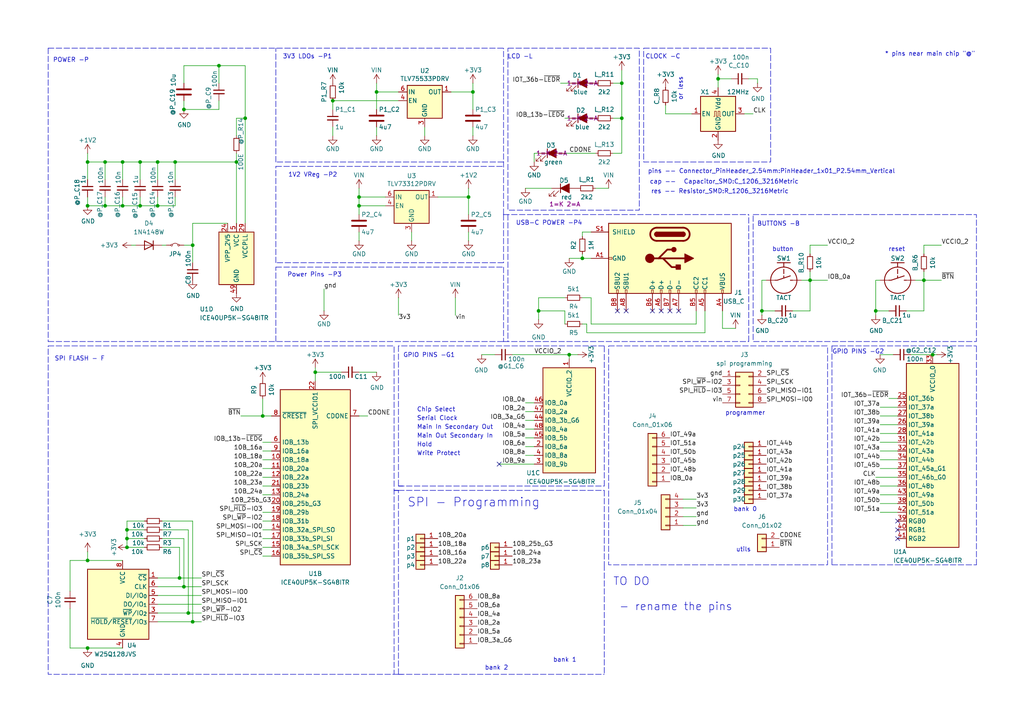
<source format=kicad_sch>
(kicad_sch (version 20250114) (generator "eeschema") (generator_version "9.0")
  (paper "A4")
  (rectangle (start 186.69 13.97) (end 223.52 46.99) (stroke (width 0) (type dash)))
  (rectangle (start 13.97 100.33) (end 114.3 195.58) (stroke (width 0) (type dash)))
  (rectangle (start 218.44 62.23) (end 283.21 99.06) (stroke (width 0) (type dash)))
  (rectangle (start 147.32 13.97) (end 185.42 60.96) (stroke (width 0) (type dash)))
  (rectangle (start 176.53 100.33) (end 240.03 163.83) (stroke (width 0) (type dash)))
  (text "bank 1" (at 163.83 191.516 0) (effects (font (size 1.27 1.27))))
  (text "bank 2" (at 144.018 193.802 0) (effects (font (size 1.27 1.27))))
  (text "USB-C POWER -P4" (at 159.258 64.77 0) (effects (font (size 1.27 1.27))))
  (text "POWER -P\n\n" (at 20.574 18.542 0) (effects (font (size 1.27 1.27))))
  (text "cap --	Capacitor_SMD:C_1206_3216Metric" (at 210.058 52.832 0) (effects (font (size 1.27 1.27))))
  (text "res -- Resistor_SMD:R_1206_3216Metric\n" (at 208.788 55.626 0) (effects (font (size 1.27 1.27))))
  (text "Serial Clock" (at 120.904 122.174 0) (effects (font (size 1.27 1.27)) (justify left bottom)))
  (text "Main In Secondary Out" (at 120.904 124.714 0) (effects (font (size 1.27 1.27)) (justify left bottom)))
  (text "pins -- Connector_PinHeader_2.54mm:PinHeader_1x01_P2.54mm_Vertical" (at 223.774 49.784 0) (effects (font (size 1.27 1.27))))
  (text "button\n" (at 227.076 72.39 0) (effects (font (size 1.27 1.27))))
  (text "1V2 VReg -P2\n" (at 83.566 51.562 0) (effects (font (size 1.27 1.27)) (justify left bottom)))
  (text "GPIO PINS -G2" (at 248.92 102.108 0) (effects (font (size 1.27 1.27))))
  (text "Power Pins -P3\n" (at 83.312 80.518 0) (effects (font (size 1.27 1.27)) (justify left bottom)))
  (text "CLOCK -C" (at 192.278 16.51 0) (effects (font (size 1.27 1.27))))
  (text "reset" (at 260.096 72.39 0) (effects (font (size 1.27 1.27))))
  (text "Write Protect" (at 120.904 132.334 0) (effects (font (size 1.27 1.27)) (justify left bottom)))
  (text "Main Out Secondary In" (at 120.904 127.254 0) (effects (font (size 1.27 1.27)) (justify left bottom)))
  (text "or less" (at 198.12 29.21 90) (effects (font (size 1.27 1.27)) (justify left bottom)))
  (text "LCD -L" (at 150.876 16.51 0) (effects (font (size 1.27 1.27))))
  (text "utils\n" (at 215.646 159.512 0) (effects (font (size 1.27 1.27))))
  (text "programmer" (at 216.154 119.888 0) (effects (font (size 1.27 1.27))))
  (text "SPI - Programming" (at 118.11 147.32 0) (effects (font (size 2.54 2.54)) (justify left bottom)))
  (text "Hold" (at 120.904 129.794 0) (effects (font (size 1.27 1.27)) (justify left bottom)))
  (text "BUTTONS -B\n" (at 225.806 65.024 0) (effects (font (size 1.27 1.27))))
  (text "3V3 LDOs -P1" (at 89.154 16.51 0) (effects (font (size 1.27 1.27))))
  (text "bank 0" (at 216.154 147.828 0) (effects (font (size 1.27 1.27))))
  (text "Chip Select" (at 120.904 119.634 0) (effects (font (size 1.27 1.27)) (justify left bottom)))
  (text "GPIO PINS -G1" (at 124.46 103.124 0) (effects (font (size 1.27 1.27))))
  (text "SPI FLASH - F\n" (at 23.114 104.14 0) (effects (font (size 1.27 1.27))))
  (text "* pins near main chip \"@\"" (at 269.748 15.748 0) (effects (font (size 1.27 1.27))))
  (text "TO DO \n\n - rename the pins\n " (at 177.8 174.244 0) (effects (font (size 2.27 2.27)) (justify left)))
  (junction (at 30.48 59.69))
  (junction (at 50.8 46.99))
  (junction (at 137.16 26.67))
  (junction (at 52.07 167.64))
  (junction (at 30.48 46.99))
  (junction (at 168.91 74.93))
  (junction (at 25.4 59.69))
  (junction (at 165.1 102.87))
  (junction (at 40.64 46.99))
  (junction (at 68.58 46.99))
  (junction (at 156.21 90.17))
  (junction (at 35.56 46.99))
  (junction (at 109.22 26.67))
  (junction (at 71.12 34.29))
  (junction (at 270.51 102.87))
  (junction (at 53.34 170.18))
  (junction (at 220.98 90.17))
  (junction (at 234.95 81.28))
  (junction (at 25.4 46.99))
  (junction (at 36.83 158.75))
  (junction (at 36.83 156.21))
  (junction (at 104.14 57.15))
  (junction (at 45.72 59.69))
  (junction (at 40.64 59.69))
  (junction (at 63.5 19.05))
  (junction (at 45.72 46.99))
  (junction (at 76.2 120.65))
  (junction (at 254 90.17))
  (junction (at 54.61 177.8))
  (junction (at 135.89 57.15))
  (junction (at 25.4 162.56))
  (junction (at 180.34 24.13))
  (junction (at 208.28 22.86))
  (junction (at 180.34 34.29))
  (junction (at 53.34 31.75))
  (junction (at 35.56 59.69))
  (junction (at 104.14 59.69))
  (junction (at 25.4 187.96))
  (junction (at 267.97 81.28))
  (junction (at 55.88 180.34))
  (junction (at 36.83 153.67))
  (junction (at 55.88 71.12))
  (junction (at 91.44 107.95))
  (junction (at 96.52 29.21))
  (no_connect (at 191.77 90.17))
  (no_connect (at 144.78 134.62))
  (no_connect (at 196.85 90.17))
  (no_connect (at 194.31 90.17))
  (no_connect (at 260.35 153.67))
  (no_connect (at 181.61 90.17))
  (no_connect (at 260.35 151.13))
  (no_connect (at 260.35 156.21))
  (no_connect (at 189.23 90.17))
  (no_connect (at 179.07 90.17))
  (polyline (pts (xy 175.26 163.83) (xy 175.26 195.58)) (stroke (width 0) (type dash)))
  (polyline (pts (xy 241.3 100.33) (xy 283.21 100.33)) (stroke (width 0) (type dash)))
  (wire (pts (xy 163.83 44.45) (xy 172.72 44.45)))
  (wire (pts (xy 25.4 187.96) (xy 35.56 187.96)))
  (wire (pts (xy 204.47 90.17) (xy 204.47 96.52)))
  (polyline (pts (xy 13.97 13.97) (xy 146.05 13.97)) (stroke (width 0) (type dash)))
  (wire (pts (xy 115.57 86.36) (xy 115.57 91.44)))
  (wire (pts (xy 180.34 34.29) (xy 180.34 44.45)))
  (wire (pts (xy 254 90.17) (xy 257.81 90.17)))
  (wire (pts (xy 180.34 20.32) (xy 180.34 24.13)))
  (wire (pts (xy 93.98 83.82) (xy 93.98 90.17)))
  (wire (pts (xy 171.45 93.98) (xy 171.45 86.36)))
  (wire (pts (xy 135.89 57.15) (xy 135.89 62.23)))
  (wire (pts (xy 156.21 92.71) (xy 156.21 90.17)))
  (wire (pts (xy 177.8 24.13) (xy 180.34 24.13)))
  (wire (pts (xy 104.14 120.65) (xy 106.68 120.65)))
  (wire (pts (xy 25.4 59.69) (xy 30.48 59.69)))
  (wire (pts (xy 234.95 90.17) (xy 234.95 81.28)))
  (wire (pts (xy 96.52 29.21) (xy 115.57 29.21)))
  (wire (pts (xy 201.93 93.98) (xy 171.45 93.98)))
  (polyline (pts (xy 13.97 13.97) (xy 13.97 99.06)) (stroke (width 0) (type dash)))
  (wire (pts (xy 219.71 22.86) (xy 217.17 22.86)))
  (wire (pts (xy 104.14 57.15) (xy 111.76 57.15)))
  (wire (pts (xy 168.91 73.66) (xy 168.91 74.93)))
  (wire (pts (xy 255.27 133.35) (xy 260.35 133.35)))
  (polyline (pts (xy 115.57 100.33) (xy 115.57 140.97)) (stroke (width 0) (type dash)))
  (wire (pts (xy 109.22 26.67) (xy 109.22 24.13)))
  (wire (pts (xy 68.58 39.37) (xy 68.58 34.29)))
  (wire (pts (xy 20.32 162.56) (xy 25.4 162.56)))
  (wire (pts (xy 163.83 34.29) (xy 165.1 34.29)))
  (wire (pts (xy 55.88 76.2) (xy 55.88 71.12)))
  (wire (pts (xy 71.12 34.29) (xy 71.12 64.77)))
  (wire (pts (xy 76.2 115.57) (xy 76.2 120.65)))
  (wire (pts (xy 220.98 90.17) (xy 220.98 81.28)))
  (wire (pts (xy 40.64 46.99) (xy 35.56 46.99)))
  (wire (pts (xy 68.58 44.45) (xy 68.58 46.99)))
  (polyline (pts (xy 34.29 214.63) (xy 129.54 214.63)) (stroke (width 0) (type dash)))
  (wire (pts (xy 123.19 36.83) (xy 123.19 39.37)))
  (wire (pts (xy 76.2 138.43) (xy 78.74 138.43)))
  (wire (pts (xy 220.98 91.44) (xy 220.98 90.17)))
  (wire (pts (xy 76.2 158.75) (xy 78.74 158.75)))
  (wire (pts (xy 45.72 46.99) (xy 50.8 46.99)))
  (wire (pts (xy 229.87 90.17) (xy 234.95 90.17)))
  (polyline (pts (xy 241.3 100.33) (xy 241.3 163.83)) (stroke (width 0) (type dash)))
  (wire (pts (xy 193.04 33.02) (xy 200.66 33.02)))
  (wire (pts (xy 204.47 96.52) (xy 170.18 96.52)))
  (wire (pts (xy 45.72 180.34) (xy 55.88 180.34)))
  (wire (pts (xy 40.64 57.15) (xy 40.64 59.69)))
  (wire (pts (xy 254 90.17) (xy 254 81.28)))
  (wire (pts (xy 76.2 120.65) (xy 78.74 120.65)))
  (polyline (pts (xy 80.01 77.47) (xy 146.05 77.47)) (stroke (width 0) (type dash)))
  (wire (pts (xy 46.99 151.13) (xy 55.88 151.13)))
  (wire (pts (xy 36.83 151.13) (xy 36.83 153.67)))
  (wire (pts (xy 104.14 67.31) (xy 104.14 69.85)))
  (wire (pts (xy 257.81 115.57) (xy 260.35 115.57)))
  (wire (pts (xy 135.89 57.15) (xy 135.89 54.61)))
  (polyline (pts (xy 115.57 140.97) (xy 175.26 140.97)) (stroke (width 0) (type dash)))
  (wire (pts (xy 267.97 71.12) (xy 267.97 73.66)))
  (wire (pts (xy 68.58 34.29) (xy 71.12 34.29)))
  (wire (pts (xy 254 138.43) (xy 260.35 138.43)))
  (wire (pts (xy 76.2 133.35) (xy 78.74 133.35)))
  (wire (pts (xy 144.78 134.62) (xy 154.94 134.62)))
  (polyline (pts (xy 114.3 195.58) (xy 116.84 195.58)))
  (wire (pts (xy 55.88 64.77) (xy 66.04 64.77)))
  (wire (pts (xy 220.98 81.28) (xy 222.25 81.28)))
  (polyline (pts (xy 175.26 142.24) (xy 175.26 163.83)) (stroke (width 0) (type dash)))
  (wire (pts (xy 55.88 64.77) (xy 55.88 71.12)))
  (wire (pts (xy 45.72 46.99) (xy 40.64 46.99)))
  (polyline (pts (xy 146.05 62.23) (xy 217.17 62.23)) (stroke (width 0) (type dash)))
  (polyline (pts (xy 175.26 100.33) (xy 115.57 100.33)) (stroke (width 0) (type dash)))
  (wire (pts (xy 152.4 132.08) (xy 154.94 132.08)))
  (polyline (pts (xy 114.3 142.24) (xy 115.57 142.24)))
  (wire (pts (xy 54.61 177.8) (xy 58.42 177.8)))
  (wire (pts (xy 270.51 102.87) (xy 271.78 102.87)))
  (wire (pts (xy 234.95 81.28) (xy 234.95 78.74)))
  (wire (pts (xy 25.4 57.15) (xy 25.4 59.69)))
  (wire (pts (xy 41.91 153.67) (xy 36.83 153.67)))
  (wire (pts (xy 255.27 140.97) (xy 260.35 140.97)))
  (wire (pts (xy 76.2 128.27) (xy 78.74 128.27)))
  (polyline (pts (xy 217.17 99.06) (xy 217.17 62.23)) (stroke (width 0) (type dash)))
  (polyline (pts (xy 115.57 195.58) (xy 115.57 142.24)) (stroke (width 0) (type dash)))
  (polyline (pts (xy 175.26 140.97) (xy 175.26 100.33)) (stroke (width 0) (type dash)))
  (wire (pts (xy 45.72 46.99) (xy 45.72 52.07)))
  (wire (pts (xy 45.72 175.26) (xy 58.42 175.26)))
  (wire (pts (xy 40.64 59.69) (xy 35.56 59.69)))
  (polyline (pts (xy 13.97 99.06) (xy 146.05 99.06)) (stroke (width 0) (type dash)))
  (wire (pts (xy 76.2 135.89) (xy 78.74 135.89)))
  (wire (pts (xy 76.2 161.29) (xy 78.74 161.29)))
  (wire (pts (xy 165.1 104.14) (xy 165.1 102.87)))
  (wire (pts (xy 156.21 86.36) (xy 156.21 90.17)))
  (wire (pts (xy 38.1 71.12) (xy 39.37 71.12)))
  (wire (pts (xy 109.22 26.67) (xy 115.57 26.67)))
  (wire (pts (xy 25.4 160.02) (xy 25.4 162.56)))
  (wire (pts (xy 267.97 81.28) (xy 267.97 78.74)))
  (wire (pts (xy 152.4 119.38) (xy 154.94 119.38)))
  (wire (pts (xy 220.98 90.17) (xy 224.79 90.17)))
  (polyline (pts (xy 115.57 140.97) (xy 116.84 140.97)) (stroke (width 0) (type dash)))
  (wire (pts (xy 76.2 130.81) (xy 78.74 130.81)))
  (wire (pts (xy 46.99 153.67) (xy 54.61 153.67)))
  (wire (pts (xy 30.48 46.99) (xy 25.4 46.99)))
  (polyline (pts (xy 115.57 195.58) (xy 175.26 195.58)) (stroke (width 0) (type dash)))
  (wire (pts (xy 45.72 170.18) (xy 53.34 170.18)))
  (wire (pts (xy 152.4 127) (xy 154.94 127)))
  (wire (pts (xy 177.8 34.29) (xy 180.34 34.29)))
  (polyline (pts (xy 80.01 99.06) (xy 80.01 77.47)) (stroke (width 0) (type dash)))
  (wire (pts (xy 45.72 172.72) (xy 58.42 172.72)))
  (wire (pts (xy 76.2 153.67) (xy 78.74 153.67)))
  (wire (pts (xy 139.7 102.87) (xy 143.51 102.87)))
  (wire (pts (xy 50.8 46.99) (xy 50.8 52.07)))
  (polyline (pts (xy 146.05 76.2) (xy 80.01 76.2)) (stroke (width 0) (type dash)))
  (wire (pts (xy 71.12 34.29) (xy 71.12 19.05)))
  (polyline (pts (xy 147.32 62.23) (xy 147.32 99.06)) (stroke (width 0) (type dash)))
  (wire (pts (xy 69.85 120.65) (xy 76.2 120.65)))
  (wire (pts (xy 36.83 153.67) (xy 36.83 156.21)))
  (wire (pts (xy 201.93 90.17) (xy 201.93 93.98)))
  (wire (pts (xy 45.72 59.69) (xy 40.64 59.69)))
  (wire (pts (xy 163.83 93.98) (xy 163.83 90.17)))
  (polyline (pts (xy 146.05 77.47) (xy 146.05 99.06)) (stroke (width 0) (type dash)))
  (wire (pts (xy 35.56 59.69) (xy 35.56 57.15)))
  (wire (pts (xy 254 81.28) (xy 255.27 81.28)))
  (wire (pts (xy 152.4 54.61) (xy 160.02 54.61)))
  (wire (pts (xy 30.48 46.99) (xy 30.48 52.07)))
  (wire (pts (xy 201.93 147.32) (xy 198.12 147.32)))
  (polyline (pts (xy 283.21 163.83) (xy 283.21 100.33)) (stroke (width 0) (type dash)))
  (wire (pts (xy 52.07 167.64) (xy 58.42 167.64)))
  (wire (pts (xy 50.8 46.99) (xy 68.58 46.99)))
  (polyline (pts (xy 80.01 48.26) (xy 146.05 48.26)) (stroke (width 0) (type dash)))
  (wire (pts (xy 254 91.44) (xy 254 90.17)))
  (wire (pts (xy 267.97 90.17) (xy 267.97 81.28)))
  (wire (pts (xy 234.95 71.12) (xy 234.95 73.66)))
  (wire (pts (xy 240.03 71.12) (xy 234.95 71.12)))
  (wire (pts (xy 170.18 96.52) (xy 170.18 93.98)))
  (wire (pts (xy 53.34 24.13) (xy 53.34 19.05)))
  (wire (pts (xy 154.94 44.45) (xy 154.94 46.99)))
  (wire (pts (xy 55.88 180.34) (xy 58.42 180.34)))
  (wire (pts (xy 212.09 22.86) (xy 208.28 22.86)))
  (wire (pts (xy 180.34 24.13) (xy 180.34 34.29)))
  (wire (pts (xy 96.52 39.37) (xy 96.52 36.83)))
  (wire (pts (xy 165.1 74.93) (xy 168.91 74.93)))
  (wire (pts (xy 50.8 57.15) (xy 50.8 59.69)))
  (polyline (pts (xy 114.3 142.24) (xy 115.57 142.24)))
  (wire (pts (xy 76.2 151.13) (xy 78.74 151.13)))
  (wire (pts (xy 53.34 29.21) (xy 53.34 31.75)))
  (wire (pts (xy 255.27 118.11) (xy 260.35 118.11)))
  (wire (pts (xy 52.07 158.75) (xy 52.07 167.64)))
  (wire (pts (xy 20.32 171.45) (xy 20.32 162.56)))
  (wire (pts (xy 215.9 33.02) (xy 218.44 33.02)))
  (wire (pts (xy 55.88 151.13) (xy 55.88 180.34)))
  (wire (pts (xy 193.04 33.02) (xy 193.04 30.48)))
  (wire (pts (xy 209.55 95.25) (xy 213.36 95.25)))
  (wire (pts (xy 201.93 149.86) (xy 198.12 149.86)))
  (wire (pts (xy 25.4 162.56) (xy 35.56 162.56)))
  (polyline (pts (xy 80.01 46.99) (xy 80.01 13.97)) (stroke (width 0) (type dash)))
  (wire (pts (xy 104.14 59.69) (xy 111.76 59.69)))
  (wire (pts (xy 132.08 86.36) (xy 132.08 91.44)))
  (polyline (pts (xy 80.01 76.2) (xy 80.01 48.26)) (stroke (width 0) (type dash)))
  (polyline (pts (xy 146.05 99.06) (xy 217.17 99.06)) (stroke (width 0) (type dash)))
  (wire (pts (xy 255.27 148.59) (xy 260.35 148.59)))
  (wire (pts (xy 168.91 74.93) (xy 171.45 74.93)))
  (wire (pts (xy 255.27 123.19) (xy 260.35 123.19)))
  (wire (pts (xy 76.2 148.59) (xy 78.74 148.59)))
  (wire (pts (xy 234.95 81.28) (xy 240.03 81.28)))
  (wire (pts (xy 30.48 59.69) (xy 35.56 59.69)))
  (wire (pts (xy 25.4 44.45) (xy 25.4 46.99)))
  (wire (pts (xy 109.22 107.95) (xy 104.14 107.95)))
  (wire (pts (xy 50.8 59.69) (xy 45.72 59.69)))
  (wire (pts (xy 255.27 135.89) (xy 260.35 135.89)))
  (wire (pts (xy 91.44 107.95) (xy 99.06 107.95)))
  (wire (pts (xy 127 57.15) (xy 135.89 57.15)))
  (wire (pts (xy 170.18 93.98) (xy 168.91 93.98)))
  (wire (pts (xy 171.45 86.36) (xy 168.91 86.36)))
  (wire (pts (xy 96.52 29.21) (xy 96.52 31.75)))
  (wire (pts (xy 264.16 102.87) (xy 270.51 102.87)))
  (wire (pts (xy 30.48 57.15) (xy 30.48 59.69)))
  (wire (pts (xy 25.4 46.99) (xy 25.4 52.07)))
  (wire (pts (xy 76.2 140.97) (xy 78.74 140.97)))
  (polyline (pts (xy 241.3 163.83) (xy 283.21 163.83)) (stroke (width 0) (type dash)))
  (wire (pts (xy 201.93 152.4) (xy 198.12 152.4)))
  (wire (pts (xy 63.5 19.05) (xy 63.5 24.13)))
  (wire (pts (xy 255.27 128.27) (xy 260.35 128.27)))
  (wire (pts (xy 46.99 158.75) (xy 52.07 158.75)))
  (wire (pts (xy 76.2 156.21) (xy 78.74 156.21)))
  (wire (pts (xy 130.81 26.67) (xy 137.16 26.67)))
  (wire (pts (xy 152.4 124.46) (xy 154.94 124.46)))
  (wire (pts (xy 63.5 29.21) (xy 63.5 31.75)))
  (wire (pts (xy 165.1 24.13) (xy 162.56 24.13)))
  (wire (pts (xy 137.16 26.67) (xy 137.16 24.13)))
  (wire (pts (xy 152.4 121.92) (xy 154.94 121.92)))
  (wire (pts (xy 91.44 107.95) (xy 91.44 110.49)))
  (wire (pts (xy 163.83 90.17) (xy 156.21 90.17)))
  (wire (pts (xy 137.16 39.37) (xy 137.16 36.83)))
  (wire (pts (xy 219.71 24.13) (xy 219.71 22.86)))
  (wire (pts (xy 20.32 176.53) (xy 20.32 187.96)))
  (wire (pts (xy 53.34 71.12) (xy 55.88 71.12)))
  (wire (pts (xy 201.93 144.78) (xy 198.12 144.78)))
  (wire (pts (xy 53.34 31.75) (xy 63.5 31.75)))
  (wire (pts (xy 255.27 120.65) (xy 260.35 120.65)))
  (wire (pts (xy 36.83 156.21) (xy 41.91 156.21)))
  (wire (pts (xy 68.58 46.99) (xy 68.58 64.77)))
  (polyline (pts (xy 146.05 46.99) (xy 80.01 46.99)) (stroke (width 0) (type dash)))
  (wire (pts (xy 76.2 143.51) (xy 78.74 143.51)))
  (wire (pts (xy 255.27 143.51) (xy 260.35 143.51)))
  (polyline (pts (xy 146.05 62.23) (xy 146.05 76.2)) (stroke (width 0) (type dash)))
  (wire (pts (xy 262.89 90.17) (xy 267.97 90.17)))
  (wire (pts (xy 104.14 62.23) (xy 104.14 59.69)))
  (wire (pts (xy 232.41 81.28) (xy 234.95 81.28)))
  (wire (pts (xy 91.44 106.68) (xy 91.44 107.95)))
  (wire (pts (xy 54.61 153.67) (xy 54.61 177.8)))
  (wire (pts (xy 35.56 46.99) (xy 30.48 46.99)))
  (wire (pts (xy 45.72 167.64) (xy 52.07 167.64)))
  (polyline (pts (xy 115.57 142.24) (xy 175.26 142.24)) (stroke (width 0) (type dash)))
  (wire (pts (xy 41.91 151.13) (xy 36.83 151.13)))
  (wire (pts (xy 255.27 102.87) (xy 259.08 102.87)))
  (wire (pts (xy 208.28 22.86) (xy 208.28 25.4)))
  (wire (pts (xy 104.14 57.15) (xy 104.14 54.61)))
  (wire (pts (xy 135.89 69.85) (xy 135.89 67.31)))
  (wire (pts (xy 41.91 158.75) (xy 36.83 158.75)))
  (wire (pts (xy 255.27 125.73) (xy 260.35 125.73)))
  (wire (pts (xy 119.38 67.31) (xy 119.38 69.85)))
  (wire (pts (xy 255.27 130.81) (xy 260.35 130.81)))
  (wire (pts (xy 45.72 57.15) (xy 45.72 59.69)))
  (wire (pts (xy 255.27 146.05) (xy 260.35 146.05)))
  (wire (pts (xy 35.56 46.99) (xy 35.56 52.07)))
  (wire (pts (xy 152.4 116.84) (xy 154.94 116.84)))
  (wire (pts (xy 53.34 170.18) (xy 58.42 170.18)))
  (wire (pts (xy 53.34 156.21) (xy 53.34 170.18)))
  (wire (pts (xy 46.99 156.21) (xy 53.34 156.21)))
  (wire (pts (xy 109.22 36.83) (xy 109.22 39.37)))
  (wire (pts (xy 154.94 44.45) (xy 156.21 44.45)))
  (wire (pts (xy 168.91 68.58) (xy 168.91 67.31)))
  (wire (pts (xy 273.05 71.12) (xy 267.97 71.12)))
  (wire (pts (xy 177.8 44.45) (xy 180.34 44.45)))
  (wire (pts (xy 45.72 177.8) (xy 54.61 177.8)))
  (wire (pts (xy 20.32 187.96) (xy 25.4 187.96)))
  (wire (pts (xy 172.72 54.61) (xy 176.53 54.61)))
  (wire (pts (xy 36.83 156.21) (xy 36.83 158.75)))
  (wire (pts (xy 53.34 19.05) (xy 63.5 19.05)))
  (wire (pts (xy 165.1 102.87) (xy 148.59 102.87)))
  (wire (pts (xy 104.14 59.69) (xy 104.14 57.15)))
  (wire (pts (xy 46.99 71.12) (xy 48.26 71.12)))
  (wire (pts (xy 168.91 67.31) (xy 171.45 67.31)))
  (wire (pts (xy 109.22 31.75) (xy 109.22 26.67)))
  (wire (pts (xy 167.64 102.87) (xy 165.1 102.87)))
  (wire (pts (xy 63.5 19.05) (xy 71.12 19.05)))
  (wire (pts (xy 208.28 21.59) (xy 208.28 22.86)))
  (wire (pts (xy 163.83 86.36) (xy 156.21 86.36)))
  (wire (pts (xy 137.16 26.67) (xy 137.16 31.75)))
  (wire (pts (xy 40.64 46.99) (xy 40.64 52.07)))
  (wire (pts (xy 265.43 81.28) (xy 267.97 81.28)))
  (wire (pts (xy 209.55 90.17) (xy 209.55 95.25)))
  (wire (pts (xy 152.4 129.54) (xy 154.94 129.54)))
  (wire (pts (xy 267.97 81.28) (xy 273.05 81.28)))
  (polyline (pts (xy 146.05 62.23) (xy 146.05 13.97)) (stroke (width 0) (type dash)))
  (label "CLK" (at 254 138.43 180))
  (label "IOT_51a" (at 194.31 129.54 0))
  (label "~{BTN}" (at 69.85 120.65 180))
  (label "IOT_50b" (at 255.27 146.05 180))
  (label "SPI_~{WP}-IO2" (at 209.55 111.76 180))
  (label "IOB_6a" (at 152.4 129.54 180))
  (label "IOT_48b" (at 194.31 137.16 0))
  (label "SPI_~{HLD}-IO3" (at 209.55 114.3 180))
  (label "IOT_48b" (at 255.27 140.97 180))
  (label "10B_23a" (at 148.59 163.83 0))
  (label "IOB_13b-~{LEDG}" (at 163.83 34.29 180))
  (label "~{BTN}" (at 226.06 158.75 0))
  (label "VCCIO_2" (at 154.94 102.87 0))
  (label "10B_23a" (at 76.2 140.97 180))
  (label "gnd" (at 201.93 149.86 0))
  (label "IOB_0a" (at 240.03 81.28 0))
  (label "IOT_38b" (at 222.25 142.24 0))
  (label "SPI_~{WP}-IO2" (at 76.2 151.13 180))
  (label "SPI_~{CS}" (at 222.25 109.22 0))
  (label "10B_22a" (at 76.2 138.43 180))
  (label "gnd" (at 201.93 152.4 0))
  (label "3v3" (at 201.93 147.32 0))
  (label "IOB_0a" (at 194.31 139.7 0))
  (label "10B_18a" (at 76.2 133.35 180))
  (label "SPI_~{HLD}-IO3" (at 76.2 148.59 180))
  (label "10B_20a" (at 127 156.21 0))
  (label "IOB_5a" (at 138.43 184.15 0))
  (label "CDONE" (at 106.68 120.65 0))
  (label "IOT_39a" (at 222.25 139.7 0))
  (label "vin" (at 132.08 91.44 0))
  (label "IOB_4a" (at 138.43 179.07 0))
  (label "CLK" (at 218.44 33.02 0))
  (label "IOT_37a" (at 222.25 144.78 0))
  (label "10B_24a" (at 76.2 143.51 180))
  (label "SPI_~{CS}" (at 76.2 161.29 180))
  (label "IOB_0a" (at 152.4 116.84 180))
  (label "IOT_41a" (at 222.25 137.16 0))
  (label "IOT_42b" (at 222.25 134.62 0))
  (label "IOT_44b" (at 255.27 133.35 180))
  (label "IOB_9a" (at 152.4 134.62 180))
  (label "CDONE" (at 165.1 44.45 0))
  (label "IOT_36b-~{LEDR}" (at 162.56 24.13 180))
  (label "IOT_41a" (at 255.27 125.73 180))
  (label "3v3" (at 201.93 144.78 0))
  (label "IOT_36b-~{LEDR}" (at 257.81 115.57 180))
  (label "10B_18a" (at 127 158.75 0))
  (label "IOT_37a" (at 255.27 118.11 180))
  (label "CDONE" (at 226.06 156.21 0))
  (label "SPI_MOSI-IO0" (at 76.2 153.67 180))
  (label "SPI_MISO-IO1" (at 222.25 114.3 0))
  (label "IOT_51a" (at 255.27 148.59 180))
  (label "10B_16a" (at 127 161.29 0))
  (label "IOB_2a" (at 138.43 181.61 0))
  (label "IOB_5a" (at 152.4 127 180))
  (label "VCCIO_2" (at 240.03 71.12 0))
  (label "~{BTN}" (at 273.05 81.28 0))
  (label "SPI_~{HLD}-IO3" (at 58.42 180.34 0))
  (label "IOT_49a" (at 255.27 143.51 180))
  (label "IOT_39a" (at 255.27 123.19 180))
  (label "10B_25b_G3" (at 148.59 158.75 0))
  (label "IOT_44b" (at 222.25 129.54 0))
  (label "SPI_MISO-IO1" (at 58.42 175.26 0))
  (label "IOB_8a" (at 138.43 173.99 0))
  (label "IOT_42b" (at 255.27 128.27 180))
  (label "SPI_SCK" (at 58.42 170.18 0))
  (label "10B_25b_G3" (at 78.74 146.05 180))
  (label "IOT_45b" (at 194.31 134.62 0))
  (label "IOB_4a" (at 152.4 124.46 180))
  (label "VCCIO_2" (at 273.05 71.12 0))
  (label "IOT_43a" (at 255.27 130.81 180))
  (label "IOB_3a_G6" (at 138.43 186.69 0))
  (label "3v3" (at 115.57 91.44 0))
  (label "IOB_13b-~{LEDG}" (at 76.2 128.27 180))
  (label "SPI_MISO-IO1" (at 76.2 156.21 180))
  (label "gnd" (at 209.55 109.22 180))
  (label "IOT_38b" (at 255.27 120.65 180))
  (label "IOT_45b" (at 255.27 135.89 180))
  (label "IOB_6a" (at 138.43 176.53 0))
  (label "IOT_49a" (at 194.31 127 0))
  (label "IOB_2a" (at 152.4 119.38 180))
  (label "10B_24a" (at 148.59 161.29 0))
  (label "IOT_43a" (at 222.25 132.08 0))
  (label "gnd" (at 93.98 83.82 0))
  (label "SPI_MOSI-IO0" (at 58.42 172.72 0))
  (label "SPI_SCK" (at 222.25 111.76 0))
  (label "IOB_3a_G6" (at 152.4 121.92 180))
  (label "SPI_~{CS}" (at 58.42 167.64 0))
  (label "IOT_50b" (at 194.31 132.08 0))
  (label "SPI_MOSI-IO0" (at 222.25 116.84 0))
  (label "10B_22a" (at 127 163.83 0))
  (label "10B_20a" (at 76.2 135.89 180))
  (label "SPI_SCK" (at 76.2 158.75 180))
  (label "vin" (at 209.55 116.84 180))
  (label "10B_16a" (at 76.2 130.81 180))
  (label "SPI_~{WP}-IO2" (at 58.42 177.8 0))
  (label "IOB_8a" (at 152.4 132.08 180))
  (symbol (lib_id "power:GND") (at 68.58 85.09 0) (unit 1)
    (property "Reference" "#PWR01" (effects (hide yes)))
    (property "Value" "GND" (at 68.707 89.5604 0))
    (property "Description" "Power symbol creates a global label with name \"GND\" , ground" (effects (hide yes)))
  )
  (symbol (lib_id "Device:R_Small") (at 193.04 27.94 0) (unit 1)
    (property "Reference" "C_R8" (at 190.5 27.94 90))
    (property "Value" "10k" (at 195.58 27.94 90))
    (property "Footprint" "Resistor_SMD:R_1206_3216Metric" (effects (hide yes)))
    (property "Description" "Resistor, small symbol" (effects (hide yes)))
    (property "Source" "ANY" (effects (hide yes)))
    (property "Key" "res-0402-10k" (effects (hide yes)))
  )
  (symbol (lib_id "Device:C_Small") (at 50.8 54.61 0) (mirror y) (unit 1)
    (property "Reference" "@P_C13" (at 49.53 63.246 90) (effects (justify left)))
    (property "Value" "10n" (at 49.53 53.34 90) (effects (justify left)))
    (property "Footprint" "Capacitor_SMD:C_1206_3216Metric" (effects (hide yes)))
    (property "Description" "Unpolarized capacitor, small symbol" (effects (hide yes)))
    (property "Source" "ANY" (effects (hide yes)))
    (property "Key" "cap-cer-0402-10n" (effects (hide yes)))
  )
  (symbol (lib_id "Device:C_Small") (at 45.72 54.61 0) (mirror y) (unit 1)
    (property "Reference" "@P_C14" (at 44.196 63.246 90) (effects (justify left)))
    (property "Value" "100n" (at 44.45 53.34 90) (effects (justify left)))
    (property "Footprint" "Capacitor_SMD:C_1206_3216Metric" (effects (hide yes)))
    (property "Description" "Unpolarized capacitor, small symbol" (effects (hide yes)))
    (property "Source" "ANY" (effects (hide yes)))
    (property "Key" "cap-cer-0402-100n" (effects (hide yes)))
  )
  (symbol (lib_id "Device:C_Small") (at 40.64 54.61 0) (mirror y) (unit 1)
    (property "Reference" "@P_C15" (at 39.116 63.5 90) (effects (justify left)))
    (property "Value" "1u" (at 39.37 53.34 90) (effects (justify left)))
    (property "Footprint" "Capacitor_SMD:C_1206_3216Metric" (effects (hide yes)))
    (property "Description" "Unpolarized capacitor, small symbol" (effects (hide yes)))
    (property "Source" "ANY" (effects (hide yes)))
    (property "Key" "cap-cer-0402-1u" (effects (hide yes)))
  )
  (symbol (lib_id "icebreaker-bitsy-rescue:pkl_C-pkl_device") (at 109.22 34.29 0) (unit 1)
    (property "Reference" "P1_C2" (at 109.855 31.75 0) (effects (justify left)))
    (property "Value" "4u7" (at 109.855 36.83 0) (effects (justify left)))
    (property "Footprint" "Capacitor_SMD:C_1206_3216Metric" (effects (hide yes)))
    (property "Source" "ANY" (effects (hide yes)))
    (property "Key" "cap-cer-0603-4u7" (effects (hide yes)))
  )
  (symbol (lib_id "power:GND") (at 109.22 39.37 0) (unit 1)
    (property "Reference" "#PWR081" (effects (hide yes)))
    (property "Value" "GND" (at 109.22 43.18 0))
    (property "Description" "Power symbol creates a global label with name \"GND\" , ground" (effects (hide yes)))
  )
  (symbol (lib_id "icebreaker-bitsy-rescue:pkl_C-pkl_device") (at 137.16 34.29 0) (unit 1)
    (property "Reference" "P1_C3" (at 137.795 31.75 0) (effects (justify left)))
    (property "Value" "4u7" (at 137.795 36.83 0) (effects (justify left)))
    (property "Footprint" "Capacitor_SMD:C_1206_3216Metric" (effects (hide yes)))
    (property "Source" "ANY" (effects (hide yes)))
    (property "Key" "cap-cer-0603-4u7" (effects (hide yes)))
  )
  (symbol (lib_id "power:GND") (at 123.19 39.37 0) (unit 1)
    (property "Reference" "#PWR082" (effects (hide yes)))
    (property "Value" "GND" (at 123.19 43.18 0))
    (property "Description" "Power symbol creates a global label with name \"GND\" , ground" (effects (hide yes)))
  )
  (symbol (lib_id "power:+3V3") (at 137.16 24.13 0) (unit 1)
    (property "Reference" "#PWR084" (effects (hide yes)))
    (property "Value" "+3V3" (at 137.16 20.32 0))
    (property "Description" "Power symbol creates a global label with name \"+3V3\"" (effects (hide yes)))
  )
  (symbol (lib_id "icebreaker-bitsy-rescue:pkl_C-pkl_device") (at 104.14 64.77 0) (unit 1)
    (property "Reference" "P2_C4" (at 104.775 62.23 0) (effects (justify left)))
    (property "Value" "4u7" (at 104.775 67.31 0) (effects (justify left)))
    (property "Footprint" "Capacitor_SMD:C_1206_3216Metric" (effects (hide yes)))
    (property "Source" "ANY" (effects (hide yes)))
    (property "Key" "cap-cer-0603-4u7" (effects (hide yes)))
  )
  (symbol (lib_id "power:GND") (at 104.14 69.85 0) (unit 1)
    (property "Reference" "#PWR085" (effects (hide yes)))
    (property "Value" "GND" (at 104.14 73.66 0))
    (property "Description" "Power symbol creates a global label with name \"GND\" , ground" (effects (hide yes)))
  )
  (symbol (lib_id "icebreaker-bitsy-rescue:pkl_C-pkl_device") (at 135.89 64.77 0) (unit 1)
    (property "Reference" "P2_C5" (at 136.525 62.23 0) (effects (justify left)))
    (property "Value" "4u7" (at 136.525 67.31 0) (effects (justify left)))
    (property "Footprint" "Capacitor_SMD:C_1206_3216Metric" (effects (hide yes)))
    (property "Source" "ANY" (effects (hide yes)))
    (property "Key" "cap-cer-0603-4u7" (effects (hide yes)))
  )
  (symbol (lib_id "power:GND") (at 119.38 69.85 0) (unit 1)
    (property "Reference" "#PWR086" (effects (hide yes)))
    (property "Value" "GND" (at 119.38 73.66 0))
    (property "Description" "Power symbol creates a global label with name \"GND\" , ground" (effects (hide yes)))
  )
  (symbol (lib_id "power:+1V2") (at 135.89 54.61 0) (unit 1)
    (property "Reference" "#PWR088" (effects (hide yes)))
    (property "Value" "+1V2" (at 135.89 50.8 0))
    (property "Description" "Power symbol creates a global label with name \"+1V2\"" (effects (hide yes)))
  )
  (symbol (lib_id "Device:R_Small") (at 68.58 41.91 0) (unit 1)
    (property "Reference" "@P_R14" (at 69.85 38.1 90))
    (property "Value" "100E" (at 69.85 46.99 90))
    (property "Footprint" "Resistor_SMD:R_1206_3216Metric" (effects (hide yes)))
    (property "Description" "Resistor, small symbol" (effects (hide yes)))
    (property "Source" "ANY" (effects (hide yes)))
    (property "Key" "res-0402-100" (effects (hide yes)))
  )
  (symbol (lib_id "Device:C_Small") (at 63.5 26.67 0) (mirror y) (unit 1)
    (property "Reference" "@P_C9" (at 60.452 31.75 90) (effects (justify left)))
    (property "Value" "100n" (at 62.23 25.4 90) (effects (justify left)))
    (property "Footprint" "Capacitor_SMD:C_1206_3216Metric" (effects (hide yes)))
    (property "Description" "Unpolarized capacitor, small symbol" (effects (hide yes)))
    (property "Source" "ANY" (effects (hide yes)))
    (property "Key" "cap-cer-0402-100n" (effects (hide yes)))
  )
  (symbol (lib_id "icebreaker-bitsy-rescue:pkl_C-pkl_device") (at 53.34 26.67 0) (mirror y) (unit 1)
    (property "Reference" "@P_C19" (at 50.038 33.528 90) (effects (justify left)))
    (property "Value" "10u" (at 50.292 25.146 90) (effects (justify left)))
    (property "Footprint" "Capacitor_SMD:C_1206_3216Metric" (effects (hide yes)))
    (property "Source" "ANY" (effects (hide yes)))
    (property "Key" "cap-cer-0603-10u" (effects (hide yes)))
  )
  (symbol (lib_id "power:GND") (at 53.34 31.75 0) (unit 1)
    (property "Reference" "#PWR036" (effects (hide yes)))
    (property "Value" "GND" (at 53.467 36.2204 0))
    (property "Description" "Power symbol creates a global label with name \"GND\" , ground" (effects (hide yes)))
  )
  (symbol (lib_id "Device:C_Small") (at 35.56 54.61 0) (mirror y) (unit 1)
    (property "Reference" "@P_C16" (at 34.036 63.246 90) (effects (justify left)))
    (property "Value" "10n" (at 34.29 53.34 90) (effects (justify left)))
    (property "Footprint" "Capacitor_SMD:C_1206_3216Metric" (effects (hide yes)))
    (property "Description" "Unpolarized capacitor, small symbol" (effects (hide yes)))
    (property "Source" "ANY" (effects (hide yes)))
    (property "Key" "cap-cer-0402-10n" (effects (hide yes)))
  )
  (symbol (lib_id "Device:C_Small") (at 30.48 54.61 0) (mirror y) (unit 1)
    (property "Reference" "@P_C17" (at 28.956 63.246 90) (effects (justify left)))
    (property "Value" "100n" (at 29.21 53.34 90) (effects (justify left)))
    (property "Footprint" "Capacitor_SMD:C_1206_3216Metric" (effects (hide yes)))
    (property "Description" "Unpolarized capacitor, small symbol" (effects (hide yes)))
    (property "Source" "ANY" (effects (hide yes)))
    (property "Key" "cap-cer-0402-100n" (effects (hide yes)))
  )
  (symbol (lib_id "Device:C_Small") (at 25.4 54.61 0) (mirror y) (unit 1)
    (property "Reference" "@P_C18" (at 22.352 59.69 90) (effects (justify left)))
    (property "Value" "1u" (at 24.13 53.34 90) (effects (justify left)))
    (property "Footprint" "Capacitor_SMD:C_1206_3216Metric" (effects (hide yes)))
    (property "Description" "Unpolarized capacitor, small symbol" (effects (hide yes)))
    (property "Source" "ANY" (effects (hide yes)))
    (property "Key" "cap-cer-0402-1u" (effects (hide yes)))
  )
  (symbol (lib_id "power:GND") (at 25.4 59.69 0) (unit 1)
    (property "Reference" "#PWR038" (effects (hide yes)))
    (property "Value" "GND" (at 25.527 64.1604 0))
    (property "Description" "Power symbol creates a global label with name \"GND\" , ground" (effects (hide yes)))
  )
  (symbol (lib_id "power:+1V2") (at 25.4 44.45 0) (unit 1)
    (property "Reference" "#PWR039" (effects (hide yes)))
    (property "Value" "+1V2" (at 25.4 40.64 0))
    (property "Description" "Power symbol creates a global label with name \"+1V2\"" (effects (hide yes)))
  )
  (symbol (lib_id "Device:R_Small") (at 96.52 26.67 0) (unit 1)
    (property "Reference" "P1_R7" (at 93.98 26.67 90))
    (property "Value" "10k" (at 99.06 25.4 90))
    (property "Footprint" "Resistor_SMD:R_1206_3216Metric" (effects (hide yes)))
    (property "Description" "Resistor, small symbol" (effects (hide yes)))
    (property "Source" "ANY" (effects (hide yes)))
    (property "Key" "res-0402-10k" (effects (hide yes)))
  )
  (symbol (lib_id "Device:C_Small") (at 96.52 34.29 0) (mirror y) (unit 1)
    (property "Reference" "P1_C1" (at 97.155 31.75 0) (effects (justify right)))
    (property "Value" "1u" (at 97.155 36.83 0) (effects (justify right)))
    (property "Footprint" "Capacitor_SMD:C_1206_3216Metric" (effects (hide yes)))
    (property "Description" "Unpolarized capacitor, small symbol" (effects (hide yes)))
    (property "Source" "ANY" (effects (hide yes)))
    (property "Key" "cap-cer-0402-1u" (effects (hide yes)))
  )
  (symbol (lib_id "power:GND") (at 219.71 24.13 0) (unit 1)
    (property "Reference" "#PWR0101" (effects (hide yes)))
    (property "Value" "GND" (at 219.837 28.6004 0))
    (property "Description" "Power symbol creates a global label with name \"GND\" , ground" (effects (hide yes)))
  )
  (symbol (lib_id "Device:R_Small") (at 175.26 34.29 90) (unit 1)
    (property "Reference" "L_R12" (at 175.26 31.75 90))
    (property "Value" "2k2" (at 175.26 36.83 90))
    (property "Footprint" "Resistor_SMD:R_1206_3216Metric" (effects (hide yes)))
    (property "Description" "Resistor, small symbol" (effects (hide yes)))
    (property "Source" "ANY" (effects (hide yes)))
    (property "Key" "res-0402-2k2" (effects (hide yes)))
  )
  (symbol (lib_id "Device:R_Small") (at 175.26 24.13 90) (unit 1)
    (property "Reference" "L_R11" (at 175.26 21.59 90))
    (property "Value" "2k2" (at 175.26 26.67 90))
    (property "Footprint" "Resistor_SMD:R_1206_3216Metric" (effects (hide yes)))
    (property "Description" "Resistor, small symbol" (effects (hide yes)))
    (property "Source" "ANY" (effects (hide yes)))
    (property "Key" "res-0402-2k2" (effects (hide yes)))
  )
  (symbol (lib_id "Device:C_Small") (at 55.88 78.74 0) (mirror y) (unit 1)
    (property "Reference" "C8" (at 54.61 82.55 90) (effects (justify left)))
    (property "Value" "100n" (at 54.61 77.47 90) (effects (justify left)))
    (property "Footprint" "Capacitor_SMD:C_1206_3216Metric" (effects (hide yes)))
    (property "Description" "Unpolarized capacitor, small symbol" (effects (hide yes)))
    (property "Key" "cap-cer-0402-100n" (effects (hide yes)))
    (property "Source" "ANY" (effects (hide yes)))
  )
  (symbol (lib_id "power:GND") (at 55.88 81.28 0) (unit 1)
    (property "Reference" "#PWR092" (effects (hide yes)))
    (property "Value" "GND" (at 56.007 85.7504 0))
    (property "Description" "Power symbol creates a global label with name \"GND\" , ground" (effects (hide yes)))
  )
  (symbol (lib_id "icebreaker-bitsy-rescue:TACT-pkl_misc") (at 227.33 81.28 0) (unit 1)
    (property "Reference" "SW1" (at 227.33 74.93 0))
    (property "Value" "TACT" (at 227.33 86.36 0))
    (property "Footprint" "Button_Switch_SMD:SW_SPST_B3S-1000" (effects (hide yes)))
    (property "Key" "sw-tact-top-4.2-2.8" (effects (hide yes)))
  )
  (symbol (lib_id "Device:R_Small") (at 234.95 76.2 180) (unit 1)
    (property "Reference" "B_R10" (at 232.41 76.2 90))
    (property "Value" "10k" (at 237.49 76.2 90))
    (property "Footprint" "Resistor_SMD:R_1206_3216Metric" (effects (hide yes)))
    (property "Description" "Resistor, small symbol" (effects (hide yes)))
    (property "Source" "ANY" (effects (hide yes)))
    (property "Key" "res-0402-10k" (effects (hide yes)))
  )
  (symbol (lib_id "power:GND") (at 154.94 46.99 0) (unit 1)
    (property "Reference" "#PWR077" (effects (hide yes)))
    (property "Value" "GND" (at 154.94 50.8 0))
    (property "Description" "Power symbol creates a global label with name \"GND\" , ground" (effects (hide yes)))
  )
  (symbol (lib_id "Device:R_Small") (at 175.26 44.45 90) (unit 1)
    (property "Reference" "L_R13" (at 175.26 41.91 90))
    (property "Value" "2k2" (at 175.26 46.99 90))
    (property "Footprint" "Resistor_SMD:R_1206_3216Metric" (effects (hide yes)))
    (property "Description" "Resistor, small symbol" (effects (hide yes)))
    (property "Source" "ANY" (effects (hide yes)))
    (property "Key" "res-0402-2k2" (effects (hide yes)))
  )
  (symbol (lib_id "icebreaker-bitsy-rescue:USB_C_Receptacle_USB2.0-Connector") (at 194.31 74.93 270) (unit 1)
    (property "Reference" "J1" (at 214.122 84.836 90))
    (property "Value" "USB_C" (at 212.852 87.4014 90))
    (property "Footprint" "Connector_USB:USB_C_Receptacle_HCTL_HC-TYPE-C-16P-01A" (effects (hide yes)))
    (property "Datasheet" "https://www.usb.org/sites/default/files/documents/usb_type-c.zip" (effects (hide yes)))
    (property "Key" "conn-smd-usb-c-2" (effects (hide yes)))
  )
  (symbol (lib_id "Jumper:Jumper_2_Small_Bridged") (at 50.8 71.12 0) (unit 1)
    (property "Reference" "JP4" (at 50.8 73.66 0))
    (property "Value" "Jumper" (effects (hide yes)))
    (property "Footprint" "Jumper:SolderJumper-2_P1.3mm_Bridged_Pad1.0x1.5mm" (effects (hide yes)))
    (property "Description" "Jumper, 2-pole, small symbol, bridged" (effects (hide yes)))
    (property "Source" "ANY" (effects (hide yes)))
  )
  (symbol (lib_id "Oscillator:ASE-xxxMHz") (at 208.28 33.02 0) (unit 1)
    (property "Reference" "X1" (at 203.2 26.67 0) (effects (justify left)))
    (property "Value" "12MHz" (at 210.82 26.67 0) (effects (justify left)))
    (property "Footprint" "Oscillator:Oscillator_SMD_Abracon_ASE-4Pin_3.2x2.5mm" (effects (hide yes)))
    (property "Datasheet" "http://www.abracon.com/Oscillators/ASV.pdf" (effects (hide yes)))
    (property "Description" "3.3V CMOS SMD Crystal Clock Oscillator, Abracon" (effects (hide yes)))
    (property "Key" "xtal-smd2520-12mhz-osc" (effects (hide yes)))
  )
  (symbol (lib_id "Device:C_Small") (at 20.32 173.99 0) (unit 1)
    (property "Reference" "C7" (at 14.5034 173.99 90))
    (property "Value" "100n" (at 16.8148 173.99 90))
    (property "Footprint" "Capacitor_SMD:C_1206_3216Metric" (effects (hide yes)))
    (property "Description" "Unpolarized capacitor, small symbol" (effects (hide yes)))
    (property "Source" "ANY" (effects (hide yes)))
    (property "Key" "cap-cer-0402-100n" (effects (hide yes)))
  )
  (symbol (lib_id "power:+3V3") (at 36.83 158.75 90) (unit 1)
    (property "Reference" "#PWR0125" (effects (hide yes)))
    (property "Value" "+3V3" (at 33.02 158.75 0))
    (property "Description" "Power symbol creates a global label with name \"+3V3\"" (effects (hide yes)))
  )
  (symbol (lib_id "power:+3V3") (at 76.2 110.49 0) (unit 1)
    (property "Reference" "#PWR0121" (effects (hide yes)))
    (property "Value" "+3V3" (at 76.2 106.68 0))
    (property "Description" "Power symbol creates a global label with name \"+3V3\"" (effects (hide yes)))
  )
  (symbol (lib_id "icebreaker-bitsy-rescue:VIN-pkl_power") (at 109.22 24.13 0) (unit 1)
    (property "Reference" "#PWR0106" (effects (hide yes)))
    (property "Value" "VIN" (at 109.22 20.32 0))
  )
  (symbol (lib_id "icebreaker-bitsy-rescue:VIN-pkl_power") (at 104.14 54.61 0) (unit 1)
    (property "Reference" "#PWR0107" (effects (hide yes)))
    (property "Value" "VIN" (at 104.14 50.8 0))
  )
  (symbol (lib_id "power:GND") (at 220.98 91.44 0) (unit 1)
    (property "Reference" "#PWR0117" (effects (hide yes)))
    (property "Value" "GND" (at 221.107 95.9104 0))
    (property "Description" "Power symbol creates a global label with name \"GND\" , ground" (effects (hide yes)))
  )
  (symbol (lib_id "icebreaker-bitsy-rescue:VIN-pkl_power") (at 132.08 86.36 0) (unit 1)
    (property "Reference" "#PWR0109" (effects (hide yes)))
    (property "Value" "VIN" (at 132.08 82.55 0))
  )
  (symbol (lib_id "power:+3V3") (at 180.34 20.32 0) (unit 1)
    (property "Reference" "#PWR0110" (effects (hide yes)))
    (property "Value" "+3V3" (at 180.34 16.51 0))
    (property "Description" "Power symbol creates a global label with name \"+3V3\"" (effects (hide yes)))
  )
  (symbol (lib_id "Regulator_Linear:TLV75533PDRV") (at 123.19 29.21 0) (unit 1)
    (property "Reference" "U2" (at 123.19 20.5232 0))
    (property "Value" "TLV75533PDRV" (at 123.19 22.8346 0))
    (property "Footprint" "Package_SON:WSON-6-1EP_2x2mm_P0.65mm_EP1x1.6mm" (effects (hide yes)))
    (property "Datasheet" "http://www.ti.com/lit/ds/symlink/tlv755p.pdf" (effects (hide yes)))
    (property "Description" "500mA Low Dropout Voltage Regulator, Fixed Output 3.3V, WSON6" (effects (hide yes)))
    (property "Key" "vreg-dfn6-1v2-tlv75533" (effects (hide yes)))
  )
  (symbol (lib_id "Regulator_Linear:TLV75512PDRV") (at 119.38 59.69 0) (unit 1)
    (property "Reference" "U3" (at 119.38 51.0032 0))
    (property "Value" "TLV73312PDRV" (at 119.38 53.3146 0))
    (property "Footprint" "Package_SON:WSON-6-1EP_2x2mm_P0.65mm_EP1x1.6mm" (effects (hide yes)))
    (property "Datasheet" "http://www.ti.com/lit/ds/symlink/tlv755p.pdf" (effects (hide yes)))
    (property "Description" "500mA Low Dropout Voltage Regulator, Fixed Output 1.2V, WSON6" (effects (hide yes)))
    (property "Key" "vreg-dfn6-1v2-tlv73312" (effects (hide yes)))
  )
  (symbol (lib_id "power:GND") (at 93.98 90.17 0) (unit 1)
    (property "Reference" "#PWR0127" (effects (hide yes)))
    (property "Value" "GND" (at 93.98 93.98 0))
    (property "Description" "Power symbol creates a global label with name \"GND\" , ground" (effects (hide yes)))
  )
  (symbol (lib_id "power:GND") (at 135.89 69.85 0) (unit 1)
    (property "Reference" "#PWR0112" (effects (hide yes)))
    (property "Value" "GND" (at 135.89 73.66 0))
    (property "Description" "Power symbol creates a global label with name \"GND\" , ground" (effects (hide yes)))
  )
  (symbol (lib_id "power:GND") (at 137.16 39.37 0) (unit 1)
    (property "Reference" "#PWR0113" (effects (hide yes)))
    (property "Value" "GND" (at 137.16 43.18 0))
    (property "Description" "Power symbol creates a global label with name \"GND\" , ground" (effects (hide yes)))
  )
  (symbol (lib_id "power:GND") (at 96.52 39.37 0) (unit 1)
    (property "Reference" "#PWR0114" (effects (hide yes)))
    (property "Value" "GND" (at 96.52 43.18 0))
    (property "Description" "Power symbol creates a global label with name \"GND\" , ground" (effects (hide yes)))
  )
  (symbol (lib_id "icebreaker-bitsy-rescue:VIN-pkl_power") (at 96.52 24.13 0) (unit 1)
    (property "Reference" "#PWR0115" (effects (hide yes)))
    (property "Value" "VIN" (at 96.52 20.32 0))
  )
  (symbol (lib_id "Device:C_Small") (at 101.6 107.95 90) (mirror x) (unit 1)
    (property "Reference" "C11" (at 106.68 109.22 90) (effects (justify left)))
    (property "Value" "100n" (at 100.33 109.22 90) (effects (justify left)))
    (property "Footprint" "Capacitor_SMD:C_1206_3216Metric" (effects (hide yes)))
    (property "Description" "Unpolarized capacitor, small symbol" (effects (hide yes)))
    (property "Source" "ANY" (effects (hide yes)))
    (property "Key" "cap-cer-0402-100n" (effects (hide yes)))
  )
  (symbol (lib_id "power:GND") (at 109.22 107.95 0) (unit 1)
    (property "Reference" "#PWR0119" (effects (hide yes)))
    (property "Value" "GND" (at 109.347 112.4204 0))
    (property "Description" "Power symbol creates a global label with name \"GND\" , ground" (effects (hide yes)))
  )
  (symbol (lib_id "Connector_Generic:Conn_01x01") (at 143.51 161.29 180) (unit 1)
    (property "Reference" "p7" (at 140.716 161.29 0))
    (property "Value" "Conn_01x01" (effects (hide yes)))
    (property "Footprint" "Connector_PinHeader_2.54mm:PinHeader_1x01_P2.54mm_Vertical" (effects (hide yes)))
    (property "Description" "Generic connector, single row, 01x01, script generated (kicad-library-utils/schlib/autogen/connector/)" (effects (hide yes)))
  )
  (symbol (lib_id "Connector_Generic:Conn_01x01") (at 121.92 163.83 180) (unit 1)
    (property "Reference" "p4" (at 119.126 163.83 0))
    (property "Value" "Conn_01x01" (effects (hide yes)))
    (property "Footprint" "Connector_PinHeader_2.54mm:PinHeader_1x01_P2.54mm_Vertical" (effects (hide yes)))
    (property "Description" "Generic connector, single row, 01x01, script generated (kicad-library-utils/schlib/autogen/connector/)" (effects (hide yes)))
  )
  (symbol (lib_id "power:+3V3") (at 208.28 21.59 0) (unit 1)
    (property "Reference" "#PWR09" (effects (hide yes)))
    (property "Value" "+3V3" (at 208.28 17.78 0))
    (property "Description" "Power symbol creates a global label with name \"+3V3\"" (effects (hide yes)))
  )
  (symbol (lib_id "icebreaker-bitsy-rescue:TACT-pkl_misc") (at 260.35 81.28 0) (unit 1)
    (property "Reference" "SW2" (at 260.35 74.93 0))
    (property "Value" "TACT" (at 260.35 86.36 0))
    (property "Footprint" "Button_Switch_SMD:SW_SPST_B3S-1000" (effects (hide yes)))
    (property "Key" "sw-tact-top-4.2-2.8" (effects (hide yes)))
  )
  (symbol (lib_id "Device:C_Small") (at 214.63 22.86 90) (unit 1)
    (property "Reference" "C_C10" (at 217.3732 18.9738 90) (effects (justify left)))
    (property "Value" "100n" (at 217.3732 16.6116 90) (effects (justify left)))
    (property "Footprint" "Capacitor_SMD:C_1206_3216Metric" (effects (hide yes)))
    (property "Description" "Unpolarized capacitor, small symbol" (effects (hide yes)))
    (property "Source" "ANY" (effects (hide yes)))
    (property "Key" "cap-cer-0402-100n" (effects (hide yes)))
  )
  (symbol (lib_id "Device:R_Small") (at 170.18 54.61 90) (unit 1)
    (property "Reference" "L_R1" (at 170.18 52.07 90))
    (property "Value" "2k2" (at 170.18 57.15 90))
    (property "Footprint" "Resistor_SMD:R_1206_3216Metric" (effects (hide yes)))
    (property "Description" "Resistor, small symbol" (effects (hide yes)))
    (property "Source" "ANY" (effects (hide yes)))
    (property "Key" "res-0402-2k2" (effects (hide yes)))
  )
  (symbol (lib_id "power:+3V3") (at 167.64 102.87 270) (mirror x) (unit 1)
    (property "Reference" "#PWR06" (effects (hide yes)))
    (property "Value" "+3V3" (at 171.45 102.87 0))
    (property "Description" "Power symbol creates a global label with name \"+3V3\"" (effects (hide yes)))
  )
  (symbol (lib_id "Connector_Generic:Conn_01x01") (at 217.17 139.7 180) (unit 1)
    (property "Reference" "p28" (at 214.376 139.7 0))
    (property "Value" "Conn_01x01" (effects (hide yes)))
    (property "Footprint" "Connector_PinHeader_2.54mm:PinHeader_1x01_P2.54mm_Vertical" (effects (hide yes)))
    (property "Description" "Generic connector, single row, 01x01, script generated (kicad-library-utils/schlib/autogen/connector/)" (effects (hide yes)))
  )
  (symbol (lib_id "Device:C_Small") (at 261.62 102.87 270) (unit 1)
    (property "Reference" "@G2_C12" (at 262.636 101.6 90) (effects (justify left)))
    (property "Value" "100n" (at 262.89 104.14 90) (effects (justify left)))
    (property "Footprint" "Capacitor_SMD:C_1206_3216Metric" (effects (hide yes)))
    (property "Description" "Unpolarized capacitor, small symbol" (effects (hide yes)))
    (property "Source" "ANY" (effects (hide yes)))
    (property "Key" "cap-cer-0402-100n" (effects (hide yes)))
  )
  (symbol (lib_id "Connector_Generic:Conn_01x01") (at 121.92 156.21 180) (unit 1)
    (property "Reference" "p1" (at 119.126 156.21 0))
    (property "Value" "Conn_01x01" (effects (hide yes)))
    (property "Footprint" "Connector_PinHeader_2.54mm:PinHeader_1x01_P2.54mm_Vertical" (effects (hide yes)))
    (property "Description" "Generic connector, single row, 01x01, script generated (kicad-library-utils/schlib/autogen/connector/)" (effects (hide yes)))
  )
  (symbol (lib_id "FPGA_Lattice:ICE40UP5K-SG48ITR") (at 165.1 121.92 0) (unit 3)
    (property "Reference" "U1" (at 152.654 137.16 0) (effects (justify left)))
    (property "Value" "ICE40UP5K-SG48ITR" (at 152.654 139.7 0) (effects (justify left)))
    (property "Footprint" "Package_DFN_QFN:QFN-48-1EP_7x7mm_P0.5mm_EP5.6x5.6mm" (effects (hide yes)))
    (property "Datasheet" "http://www.latticesemi.com/Products/FPGAandCPLD/iCE40Ultra" (effects (hide yes)))
    (property "Description" "iCE40 UltraPlus FPGA, 5280 LUTs, 1.2V, 48-pin QFN" (effects (hide yes)))
  )
  (symbol (lib_id "Device:R_Small") (at 166.37 93.98 90) (unit 1)
    (property "Reference" "R5" (at 166.37 96.52 90))
    (property "Value" "5k1" (at 166.37 91.44 90))
    (property "Footprint" "Resistor_SMD:R_1206_3216Metric" (effects (hide yes)))
    (property "Description" "Resistor, small symbol" (effects (hide yes)))
    (property "Source" "ANY" (effects (hide yes)))
    (property "Key" "res-0402-1m" (effects (hide yes)))
  )
  (symbol (lib_id "icebreaker-bitsy-rescue:VIN-pkl_power") (at 213.36 95.25 0) (unit 1)
    (property "Reference" "#PWR013" (effects (hide yes)))
    (property "Value" "VIN" (at 213.36 91.44 0))
  )
  (symbol (lib_id "Device:C_Small") (at 260.35 90.17 270) (unit 1)
    (property "Reference" "B_C21" (at 255.778 92.964 90) (effects (justify left)))
    (property "Value" "1u" (at 261.62 91.44 90) (effects (justify left)))
    (property "Footprint" "Capacitor_SMD:C_1206_3216Metric" (effects (hide yes)))
    (property "Description" "Unpolarized capacitor, small symbol" (effects (hide yes)))
    (property "Source" "ANY" (effects (hide yes)))
    (property "Key" "cap-cer-0402-100n" (effects (hide yes)))
  )
  (symbol (lib_id "power:GND") (at 152.4 54.61 0) (unit 1)
    (property "Reference" "#PWR04" (effects (hide yes)))
    (property "Value" "GND" (at 152.4 58.42 0))
    (property "Description" "Power symbol creates a global label with name \"GND\" , ground" (effects (hide yes)))
  )
  (symbol (lib_id "Memory_Flash:W25Q128JVS") (at 35.56 175.26 0) (mirror y) (unit 1)
    (property "Reference" "U4" (at 39.624 187.198 0) (effects (justify left)))
    (property "Value" "W25Q128JVS" (at 39.624 189.738 0) (effects (justify left)))
    (property "Footprint" "Package_SO:SOIC-8_5.3x5.3mm_P1.27mm" (effects (hide yes)))
    (property "Datasheet" "https://www.winbond.com/resource-files/w25q128jv_dtr%20revc%2003272018%20plus.pdf" (effects (hide yes)))
    (property "Description" "128Mbit / 16MiB Serial Flash Memory, Standard/Dual/Quad SPI, 2.7-3.6V, SOIC-8" (effects (hide yes)))
  )
  (symbol (lib_id "power:GND") (at 208.28 40.64 0) (unit 1)
    (property "Reference" "#PWR010" (effects (hide yes)))
    (property "Value" "GND" (at 208.407 45.1104 0))
    (property "Description" "Power symbol creates a global label with name \"GND\" , ground" (effects (hide yes)))
  )
  (symbol (lib_id "Connector_Generic:Conn_01x01") (at 217.17 129.54 180) (unit 1)
    (property "Reference" "p24" (at 214.376 129.54 0))
    (property "Value" "Conn_01x01" (effects (hide yes)))
    (property "Footprint" "Connector_PinHeader_2.54mm:PinHeader_1x01_P2.54mm_Vertical" (effects (hide yes)))
    (property "Description" "Generic connector, single row, 01x01, script generated (kicad-library-utils/schlib/autogen/connector/)" (effects (hide yes)))
  )
  (symbol (lib_id "power:+3V3") (at 193.04 25.4 0) (unit 1)
    (property "Reference" "#PWR08" (effects (hide yes)))
    (property "Value" "+3V3" (at 193.04 21.59 0))
    (property "Description" "Power symbol creates a global label with name \"+3V3\"" (effects (hide yes)))
  )
  (symbol (lib_id "FPGA_Lattice:ICE40UP5K-SG48ITR") (at 91.44 138.43 0) (unit 2)
    (property "Reference" "U1" (at 91.44 166.37 0))
    (property "Value" "ICE40UP5K-SG48ITR" (at 91.44 168.91 0))
    (property "Footprint" "Package_DFN_QFN:QFN-48-1EP_7x7mm_P0.5mm_EP5.6x5.6mm" (effects (hide yes)))
    (property "Datasheet" "http://www.latticesemi.com/Products/FPGAandCPLD/iCE40Ultra" (effects (hide yes)))
    (property "Description" "iCE40 UltraPlus FPGA, 5280 LUTs, 1.2V, 48-pin QFN" (effects (hide yes)))
  )
  (symbol (lib_id "Connector_Generic:Conn_01x02") (at 220.98 158.75 180) (unit 1)
    (property "Reference" "J6" (at 220.98 149.86 0))
    (property "Value" "Conn_01x02" (at 220.98 152.4 0))
    (property "Footprint" "Connector_PinHeader_2.54mm:PinHeader_1x02_P2.54mm_Vertical" (effects (hide yes)))
    (property "Description" "Generic connector, single row, 01x02, script generated (kicad-library-utils/schlib/autogen/connector/)" (effects (hide yes)))
  )
  (symbol (lib_id "Connector_Generic:Conn_01x01") (at 217.17 144.78 180) (unit 1)
    (property "Reference" "p30" (at 214.376 144.78 0))
    (property "Value" "Conn_01x01" (effects (hide yes)))
    (property "Footprint" "Connector_PinHeader_2.54mm:PinHeader_1x01_P2.54mm_Vertical" (effects (hide yes)))
    (property "Description" "Generic connector, single row, 01x01, script generated (kicad-library-utils/schlib/autogen/connector/)" (effects (hide yes)))
  )
  (symbol (lib_id "Device:R_Small") (at 76.2 113.03 0) (unit 1)
    (property "Reference" "R9" (at 73.66 113.03 90))
    (property "Value" "10k" (at 78.74 113.03 90))
    (property "Footprint" "Resistor_SMD:R_1206_3216Metric" (effects (hide yes)))
    (property "Description" "Resistor, small symbol" (effects (hide yes)))
    (property "Source" "ANY" (effects (hide yes)))
    (property "Key" "res-0402-1m" (effects (hide yes)))
  )
  (symbol (lib_id "Connector_Generic:Conn_01x01") (at 143.51 163.83 180) (unit 1)
    (property "Reference" "p8" (at 140.716 163.83 0))
    (property "Value" "Conn_01x01" (effects (hide yes)))
    (property "Footprint" "Connector_PinHeader_2.54mm:PinHeader_1x01_P2.54mm_Vertical" (effects (hide yes)))
    (property "Description" "Generic connector, single row, 01x01, script generated (kicad-library-utils/schlib/autogen/connector/)" (effects (hide yes)))
  )
  (symbol (lib_id "Connector_Generic:Conn_01x01") (at 121.92 161.29 180) (unit 1)
    (property "Reference" "p3" (at 119.126 161.29 0))
    (property "Value" "Conn_01x01" (effects (hide yes)))
    (property "Footprint" "Connector_PinHeader_2.54mm:PinHeader_1x01_P2.54mm_Vertical" (effects (hide yes)))
    (property "Description" "Generic connector, single row, 01x01, script generated (kicad-library-utils/schlib/autogen/connector/)" (effects (hide yes)))
  )
  (symbol (lib_id "Connector_Generic:Conn_01x06") (at 133.35 181.61 180) (unit 1)
    (property "Reference" "J2" (at 133.35 167.64 0))
    (property "Value" "Conn_01x06" (at 133.35 170.18 0))
    (property "Footprint" "Connector_PinHeader_2.54mm:PinHeader_1x06_P2.54mm_Vertical" (effects (hide yes)))
    (property "Description" "Generic connector, single row, 01x06, script generated (kicad-library-utils/schlib/autogen/connector/)" (effects (hide yes)))
  )
  (symbol (lib_id "power:+3V3") (at 115.57 86.36 0) (unit 1)
    (property "Reference" "#PWR015" (effects (hide yes)))
    (property "Value" "+3V3" (at 115.57 82.55 0))
    (property "Description" "Power symbol creates a global label with name \"+3V3\"" (effects (hide yes)))
  )
  (symbol (lib_id "power:GND") (at 254 91.44 0) (unit 1)
    (property "Reference" "#PWR017" (effects (hide yes)))
    (property "Value" "GND" (at 254.127 95.9104 0))
    (property "Description" "Power symbol creates a global label with name \"GND\" , ground" (effects (hide yes)))
  )
  (symbol (lib_id "Connector_Generic:Conn_01x01") (at 121.92 158.75 180) (unit 1)
    (property "Reference" "p2" (at 119.126 158.75 0))
    (property "Value" "Conn_01x01" (effects (hide yes)))
    (property "Footprint" "Connector_PinHeader_2.54mm:PinHeader_1x01_P2.54mm_Vertical" (effects (hide yes)))
    (property "Description" "Generic connector, single row, 01x01, script generated (kicad-library-utils/schlib/autogen/connector/)" (effects (hide yes)))
  )
  (symbol (lib_id "Device:R_Small") (at 44.45 153.67 90) (unit 1)
    (property "Reference" "R7" (at 48.514 154.94 90))
    (property "Value" "10k" (at 39.878 154.94 90))
    (property "Footprint" "Resistor_SMD:R_1206_3216Metric" (effects (hide yes)))
    (property "Description" "Resistor, small symbol" (effects (hide yes)))
  )
  (symbol (lib_id "Device:LED_Filled") (at 163.83 54.61 0) (unit 1)
    (property "Reference" "D5" (at 163.576 52.324 0))
    (property "Value" "red" (at 164.338 57.15 0))
    (property "Footprint" "LED_SMD:LED_0805_2012Metric_Pad1.15x1.40mm_HandSolder" (effects (hide yes)))
    (property "Description" "Light emitting diode, filled shape" (effects (hide yes)))
    (property "Sim.Pins" "1=K 2=A" (at 163.83 59.944 0) (effects (justify bottom)))
  )
  (symbol (lib_id "Device:R_Small") (at 44.45 158.75 90) (unit 1)
    (property "Reference" "R6" (at 48.514 160.02 90))
    (property "Value" "10k" (at 39.878 160.02 90))
    (property "Footprint" "Resistor_SMD:R_1206_3216Metric" (effects (hide yes)))
    (property "Description" "Resistor, small symbol" (effects (hide yes)))
  )
  (symbol (lib_id "power:+3V3") (at 271.78 102.87 270) (mirror x) (unit 1)
    (property "Reference" "#PWR012" (effects (hide yes)))
    (property "Value" "+3V3" (at 275.59 102.87 0))
    (property "Description" "Power symbol creates a global label with name \"+3V3\"" (effects (hide yes)))
  )
  (symbol (lib_id "power:GND") (at 25.4 187.96 0) (unit 1)
    (property "Reference" "#PWR03" (effects (hide yes)))
    (property "Value" "GND" (at 25.4 193.04 0))
    (property "Description" "Power symbol creates a global label with name \"GND\" , ground" (effects (hide yes)))
  )
  (symbol (lib_id "power:GND") (at 255.27 102.87 0) (mirror y) (unit 1)
    (property "Reference" "#PWR011" (effects (hide yes)))
    (property "Value" "GND" (at 255.143 107.3404 0))
    (property "Description" "Power symbol creates a global label with name \"GND\" , ground" (effects (hide yes)))
  )
  (symbol (lib_id "Device:LED_Filled") (at 168.91 34.29 0) (unit 1)
    (property "Reference" "D2" (at 168.402 32.004 0))
    (property "Value" "blue" (at 168.91 36.83 0))
    (property "Footprint" "LED_SMD:LED_0805_2012Metric_Pad1.15x1.40mm_HandSolder" (effects (hide yes)))
    (property "Description" "Light emitting diode, filled shape" (effects (hide yes)))
    (property "Sim.Pins" "1=K 2=A" (at 168.91 34.29 0))
  )
  (symbol (lib_id "power:+3V3") (at 91.44 106.68 0) (unit 1)
    (property "Reference" "#PWR05" (effects (hide yes)))
    (property "Value" "+3V3" (at 91.44 102.87 0))
    (property "Description" "Power symbol creates a global label with name \"+3V3\"" (effects (hide yes)))
  )
  (symbol (lib_id "power:GND") (at 165.1 74.93 0) (unit 1)
    (property "Reference" "#PWR014" (effects (hide yes)))
    (property "Value" "GND" (at 165.1 78.74 0))
    (property "Description" "Power symbol creates a global label with name \"GND\" , ground" (effects (hide yes)))
  )
  (symbol (lib_id "power:+3V3") (at 25.4 160.02 0) (unit 1)
    (property "Reference" "#PWR02" (effects (hide yes)))
    (property "Value" "+3V3" (at 25.4 154.94 0))
    (property "Description" "Power symbol creates a global label with name \"+3V3\"" (effects (hide yes)))
  )
  (symbol (lib_id "Connector_Generic:Conn_01x01") (at 217.17 132.08 180) (unit 1)
    (property "Reference" "p25" (at 214.376 132.08 0))
    (property "Value" "Conn_01x01" (effects (hide yes)))
    (property "Footprint" "Connector_PinHeader_2.54mm:PinHeader_1x01_P2.54mm_Vertical" (effects (hide yes)))
    (property "Description" "Generic connector, single row, 01x01, script generated (kicad-library-utils/schlib/autogen/connector/)" (effects (hide yes)))
  )
  (symbol (lib_id "FPGA_Lattice:ICE40UP5K-SG48ITR") (at 270.51 130.81 0) (unit 1)
    (property "Reference" "U1" (at 259.08 160.02 0) (effects (justify left)))
    (property "Value" "ICE40UP5K-SG48ITR" (at 259.08 162.56 0) (effects (justify left)))
    (property "Footprint" "Package_DFN_QFN:QFN-48-1EP_7x7mm_P0.5mm_EP5.6x5.6mm" (effects (hide yes)))
    (property "Datasheet" "http://www.latticesemi.com/Products/FPGAandCPLD/iCE40Ultra" (effects (hide yes)))
    (property "Description" "iCE40 UltraPlus FPGA, 5280 LUTs, 1.2V, 48-pin QFN" (effects (hide yes)))
  )
  (symbol (lib_id "Connector_Generic:Conn_01x04") (at 193.04 149.86 180) (unit 1)
    (property "Reference" "J5" (at 184.912 145.796 0))
    (property "Value" "Conn_01x04" (at 184.912 148.336 0))
    (property "Footprint" "Connector_PinHeader_2.54mm:PinHeader_1x04_P2.54mm_Vertical" (effects (hide yes)))
    (property "Description" "Generic connector, single row, 01x04, script generated (kicad-library-utils/schlib/autogen/connector/)" (effects (hide yes)))
  )
  (symbol (lib_id "Connector_Generic:Conn_01x01") (at 217.17 134.62 180) (unit 1)
    (property "Reference" "p26" (at 214.376 134.62 0))
    (property "Value" "Conn_01x01" (effects (hide yes)))
    (property "Footprint" "Connector_PinHeader_2.54mm:PinHeader_1x01_P2.54mm_Vertical" (effects (hide yes)))
    (property "Description" "Generic connector, single row, 01x01, script generated (kicad-library-utils/schlib/autogen/connector/)" (effects (hide yes)))
  )
  (symbol (lib_id "Device:R_Small") (at 44.45 151.13 90) (unit 1)
    (property "Reference" "R1" (at 48.514 152.4 90))
    (property "Value" "10k" (at 40.132 152.4 90))
    (property "Footprint" "Resistor_SMD:R_1206_3216Metric" (effects (hide yes)))
    (property "Description" "Resistor, small symbol" (effects (hide yes)))
  )
  (symbol (lib_id "Connector_Generic:Conn_01x01") (at 217.17 137.16 180) (unit 1)
    (property "Reference" "p27" (at 214.376 137.16 0))
    (property "Value" "Conn_01x01" (effects (hide yes)))
    (property "Footprint" "Connector_PinHeader_2.54mm:PinHeader_1x01_P2.54mm_Vertical" (effects (hide yes)))
    (property "Description" "Generic connector, single row, 01x01, script generated (kicad-library-utils/schlib/autogen/connector/)" (effects (hide yes)))
  )
  (symbol (lib_id "Connector_Generic:Conn_01x01") (at 143.51 158.75 180) (unit 1)
    (property "Reference" "p6" (at 140.716 158.75 0))
    (property "Value" "Conn_01x01" (effects (hide yes)))
    (property "Footprint" "Connector_PinHeader_2.54mm:PinHeader_1x01_P2.54mm_Vertical" (effects (hide yes)))
    (property "Description" "Generic connector, single row, 01x01, script generated (kicad-library-utils/schlib/autogen/connector/)" (effects (hide yes)))
  )
  (symbol (lib_id "Device:C_Small") (at 146.05 102.87 270) (unit 1)
    (property "Reference" "@G1_C6" (at 144.272 106.172 90) (effects (justify left)))
    (property "Value" "100n" (at 147.32 104.14 90) (effects (justify left)))
    (property "Footprint" "Capacitor_SMD:C_1206_3216Metric" (effects (hide yes)))
    (property "Description" "Unpolarized capacitor, small symbol" (effects (hide yes)))
    (property "Source" "ANY" (effects (hide yes)))
    (property "Key" "cap-cer-0402-100n" (effects (hide yes)))
  )
  (symbol (lib_id "power:GND") (at 156.21 92.71 0) (unit 1)
    (property "Reference" "#PWR016" (effects (hide yes)))
    (property "Value" "GND" (at 156.21 97.79 0))
    (property "Description" "Power symbol creates a global label with name \"GND\" , ground" (effects (hide yes)))
  )
  (symbol (lib_id "Device:C_Small") (at 227.33 90.17 270) (unit 1)
    (property "Reference" "B_C20" (at 222.504 92.964 90) (effects (justify left)))
    (property "Value" "1u" (at 228.6 91.44 90) (effects (justify left)))
    (property "Footprint" "Capacitor_SMD:C_1206_3216Metric" (effects (hide yes)))
    (property "Description" "Unpolarized capacitor, small symbol" (effects (hide yes)))
    (property "Source" "ANY" (effects (hide yes)))
    (property "Key" "cap-cer-0402-100n" (effects (hide yes)))
  )
  (symbol (lib_id "Device:R_Small") (at 168.91 71.12 0) (unit 1)
    (property "Reference" "R2" (at 166.37 71.12 90))
    (property "Value" "1M" (at 171.45 71.12 90))
    (property "Footprint" "Resistor_SMD:R_1206_3216Metric" (effects (hide yes)))
    (property "Description" "Resistor, small symbol" (effects (hide yes)))
    (property "Source" "ANY" (effects (hide yes)))
    (property "Key" "res-0402-1m" (effects (hide yes)))
  )
  (symbol (lib_id "Device:LED_Filled") (at 168.91 24.13 0) (unit 1)
    (property "Reference" "D1" (at 167.386 21.844 0))
    (property "Value" "blue" (at 168.402 26.67 0))
    (property "Footprint" "LED_SMD:LED_0805_2012Metric_Pad1.15x1.40mm_HandSolder" (effects (hide yes)))
    (property "Description" "Light emitting diode, filled shape" (effects (hide yes)))
    (property "Sim.Pins" "1=K 2=A" (at 168.91 24.13 0))
  )
  (symbol (lib_id "Connector_Generic:Conn_01x06") (at 189.23 134.62 180) (unit 1)
    (property "Reference" "J4" (at 189.23 120.65 0))
    (property "Value" "Conn_01x06" (at 189.23 123.19 0))
    (property "Footprint" "Connector_PinHeader_2.54mm:PinHeader_1x06_P2.54mm_Vertical" (effects (hide yes)))
    (property "Description" "Generic connector, single row, 01x06, script generated (kicad-library-utils/schlib/autogen/connector/)" (effects (hide yes)))
  )
  (symbol (lib_id "Diode:1N4148W") (at 43.18 71.12 180) (unit 1)
    (property "Reference" "D4" (at 43.18 64.77 0))
    (property "Value" "1N4148W" (at 43.18 67.31 0))
    (property "Footprint" "Diode_SMD:D_SOD-123" (effects (hide yes)))
    (property "Datasheet" "https://www.vishay.com/docs/85748/1n4148w.pdf" (effects (hide yes)))
    (property "Description" "75V 0.15A Fast Switching Diode, SOD-123" (effects (hide yes)))
    (property "Sim.Device" "D" (effects (hide yes)))
    (property "Sim.Pins" "1=K 2=A" (effects (hide yes)))
  )
  (symbol (lib_id "Device:R_Small") (at 267.97 76.2 180) (unit 1)
    (property "Reference" "B_R6" (at 265.43 76.2 90))
    (property "Value" "10k" (at 270.51 76.2 90))
    (property "Footprint" "Resistor_SMD:R_1206_3216Metric" (effects (hide yes)))
    (property "Description" "Resistor, small symbol" (effects (hide yes)))
    (property "Source" "ANY" (effects (hide yes)))
    (property "Key" "res-0402-10k" (effects (hide yes)))
  )
  (symbol (lib_id "Device:R_Small") (at 166.37 86.36 90) (unit 1)
    (property "Reference" "R4" (at 166.37 88.9 90))
    (property "Value" "5k1" (at 166.37 83.82 90))
    (property "Footprint" "Resistor_SMD:R_1206_3216Metric" (effects (hide yes)))
    (property "Description" "Resistor, small symbol" (effects (hide yes)))
    (property "Source" "ANY" (effects (hide yes)))
    (property "Key" "res-0402-1m" (effects (hide yes)))
  )
  (symbol (lib_id "Device:LED_Filled") (at 160.02 44.45 0) (unit 1)
    (property "Reference" "D3" (at 159.766 42.164 0))
    (property "Value" "green" (at 160.528 46.99 0))
    (property "Footprint" "LED_SMD:LED_0805_2012Metric_Pad1.15x1.40mm_HandSolder" (effects (hide yes)))
    (property "Description" "Light emitting diode, filled shape" (effects (hide yes)))
    (property "Sim.Pins" "1=K 2=A" (at 160.02 44.45 0))
  )
  (symbol (lib_id "Device:R_Small") (at 44.45 156.21 90) (unit 1)
    (property "Reference" "R3" (at 48.514 157.48 90))
    (property "Value" "10k" (at 40.132 157.48 90))
    (property "Footprint" "Resistor_SMD:R_1206_3216Metric" (effects (hide yes)))
    (property "Description" "Resistor, small symbol" (effects (hide yes)))
  )
  (symbol (lib_id "power:GND") (at 139.7 102.87 0) (mirror y) (unit 1)
    (property "Reference" "#PWR07" (effects (hide yes)))
    (property "Value" "GND" (at 139.573 107.3404 0))
    (property "Description" "Power symbol creates a global label with name \"GND\" , ground" (effects (hide yes)))
  )
  (symbol (lib_id "power:+3V3") (at 38.1 71.12 90) (unit 1)
    (property "Reference" "#PWR019" (effects (hide yes)))
    (property "Value" "+3V3" (at 34.29 71.1199 90) (effects (justify left)))
    (property "Description" "Power symbol creates a global label with name \"+3V3\"" (effects (hide yes)))
  )
  (symbol (lib_id "Connector_Generic:Conn_02x04_Odd_Even") (at 214.63 111.76 0) (unit 1)
    (property "Reference" "J3" (at 215.9 102.87 0))
    (property "Value" "spi programming" (at 215.9 105.41 0))
    (property "Footprint" "Connector_PinHeader_2.54mm:PinHeader_2x04_P2.54mm_Vertical" (effects (hide yes)))
    (property "Description" "Generic connector, double row, 02x04, odd/even pin numbering scheme (row 1 odd numbers, row 2 even numbers), script generated (kicad-library-utils/schlib/autogen/connector/)" (effects (hide yes)))
  )
  (symbol (lib_id "FPGA_Lattice:ICE40UP5K-SG48ITR") (at 68.58 74.93 0) (unit 4)
    (property "Reference" "U1" (at 57.912 89.662 0) (effects (justify left)))
    (property "Value" "ICE40UP5K-SG48ITR" (at 57.912 92.202 0) (effects (justify left)))
    (property "Footprint" "Package_DFN_QFN:QFN-48-1EP_7x7mm_P0.5mm_EP5.6x5.6mm" (effects (hide yes)))
    (property "Datasheet" "http://www.latticesemi.com/Products/FPGAandCPLD/iCE40Ultra" (effects (hide yes)))
    (property "Description" "iCE40 UltraPlus FPGA, 5280 LUTs, 1.2V, 48-pin QFN" (effects (hide yes)))
  )
  (symbol (lib_id "icebreaker-bitsy-rescue:VIN-pkl_power") (at 176.53 54.61 0) (unit 1)
    (property "Reference" "#PWR018" (effects (hide yes)))
    (property "Value" "VIN" (at 176.53 50.8 0))
  )
  (symbol (lib_id "Connector_Generic:Conn_01x01") (at 217.17 142.24 180) (unit 1)
    (property "Reference" "p29" (at 214.376 142.24 0))
    (property "Value" "Conn_01x01" (effects (hide yes)))
    (property "Footprint" "Connector_PinHeader_2.54mm:PinHeader_1x01_P2.54mm_Vertical" (effects (hide yes)))
    (property "Description" "Generic connector, single row, 01x01, script generated (kicad-library-utils/schlib/autogen/connector/)" (effects (hide yes)))
  )
)
</source>
